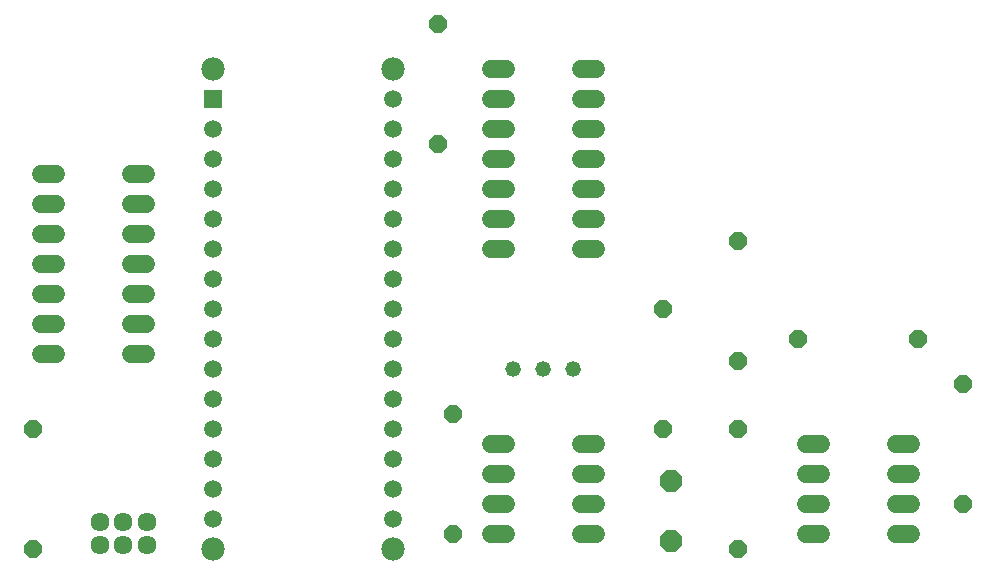
<source format=gbs>
G75*
%MOIN*%
%OFA0B0*%
%FSLAX25Y25*%
%IPPOS*%
%LPD*%
%AMOC8*
5,1,8,0,0,1.08239X$1,22.5*
%
%ADD10C,0.07800*%
%ADD11R,0.05950X0.05950*%
%ADD12C,0.05950*%
%ADD13OC8,0.07100*%
%ADD14C,0.06000*%
%ADD15OC8,0.06000*%
%ADD16C,0.05200*%
%ADD17C,0.06343*%
D10*
X0081800Y0020705D03*
X0141800Y0020705D03*
X0141800Y0180705D03*
X0081800Y0180705D03*
D11*
X0081800Y0170705D03*
D12*
X0081800Y0160705D03*
X0081800Y0150705D03*
X0081800Y0140705D03*
X0081800Y0130705D03*
X0081800Y0120705D03*
X0081800Y0110705D03*
X0081800Y0100705D03*
X0081800Y0090705D03*
X0081800Y0080705D03*
X0081800Y0070705D03*
X0081800Y0060705D03*
X0081800Y0050705D03*
X0081800Y0040705D03*
X0081800Y0030705D03*
X0141800Y0030705D03*
X0141800Y0040705D03*
X0141800Y0050705D03*
X0141800Y0060705D03*
X0141800Y0070705D03*
X0141800Y0080705D03*
X0141800Y0090705D03*
X0141800Y0100705D03*
X0141800Y0110705D03*
X0141800Y0120705D03*
X0141800Y0130705D03*
X0141800Y0140705D03*
X0141800Y0150705D03*
X0141800Y0160705D03*
X0141800Y0170705D03*
D13*
X0234300Y0043205D03*
X0234300Y0023205D03*
D14*
X0209400Y0025705D02*
X0204200Y0025705D01*
X0204200Y0035705D02*
X0209400Y0035705D01*
X0209400Y0045705D02*
X0204200Y0045705D01*
X0204200Y0055705D02*
X0209400Y0055705D01*
X0179400Y0055705D02*
X0174200Y0055705D01*
X0174200Y0045705D02*
X0179400Y0045705D01*
X0179400Y0035705D02*
X0174200Y0035705D01*
X0174200Y0025705D02*
X0179400Y0025705D01*
X0279200Y0025705D02*
X0284400Y0025705D01*
X0284400Y0035705D02*
X0279200Y0035705D01*
X0279200Y0045705D02*
X0284400Y0045705D01*
X0284400Y0055705D02*
X0279200Y0055705D01*
X0309200Y0055705D02*
X0314400Y0055705D01*
X0314400Y0045705D02*
X0309200Y0045705D01*
X0309200Y0035705D02*
X0314400Y0035705D01*
X0314400Y0025705D02*
X0309200Y0025705D01*
X0209400Y0120705D02*
X0204200Y0120705D01*
X0204200Y0130705D02*
X0209400Y0130705D01*
X0209400Y0140705D02*
X0204200Y0140705D01*
X0204200Y0150705D02*
X0209400Y0150705D01*
X0209400Y0160705D02*
X0204200Y0160705D01*
X0204200Y0170705D02*
X0209400Y0170705D01*
X0209400Y0180705D02*
X0204200Y0180705D01*
X0179400Y0180705D02*
X0174200Y0180705D01*
X0174200Y0170705D02*
X0179400Y0170705D01*
X0179400Y0160705D02*
X0174200Y0160705D01*
X0174200Y0150705D02*
X0179400Y0150705D01*
X0179400Y0140705D02*
X0174200Y0140705D01*
X0174200Y0130705D02*
X0179400Y0130705D01*
X0179400Y0120705D02*
X0174200Y0120705D01*
X0059400Y0125705D02*
X0054200Y0125705D01*
X0054200Y0135705D02*
X0059400Y0135705D01*
X0059400Y0145705D02*
X0054200Y0145705D01*
X0029400Y0145705D02*
X0024200Y0145705D01*
X0024200Y0135705D02*
X0029400Y0135705D01*
X0029400Y0125705D02*
X0024200Y0125705D01*
X0024200Y0115705D02*
X0029400Y0115705D01*
X0029400Y0105705D02*
X0024200Y0105705D01*
X0024200Y0095705D02*
X0029400Y0095705D01*
X0029400Y0085705D02*
X0024200Y0085705D01*
X0054200Y0085705D02*
X0059400Y0085705D01*
X0059400Y0095705D02*
X0054200Y0095705D01*
X0054200Y0105705D02*
X0059400Y0105705D01*
X0059400Y0115705D02*
X0054200Y0115705D01*
D15*
X0021800Y0020705D03*
X0021800Y0060705D03*
X0161800Y0065705D03*
X0161800Y0025705D03*
X0231800Y0060705D03*
X0256800Y0060705D03*
X0256800Y0083205D03*
X0276800Y0090705D03*
X0316800Y0090705D03*
X0331800Y0075705D03*
X0331800Y0035705D03*
X0256800Y0020705D03*
X0231800Y0100705D03*
X0256800Y0123205D03*
X0156800Y0155705D03*
X0156800Y0195705D03*
D16*
X0181800Y0080705D03*
X0191800Y0080705D03*
X0201800Y0080705D03*
D17*
X0059674Y0029642D03*
X0051800Y0029642D03*
X0043926Y0029642D03*
X0043926Y0021768D03*
X0051800Y0021768D03*
X0059674Y0021768D03*
M02*

</source>
